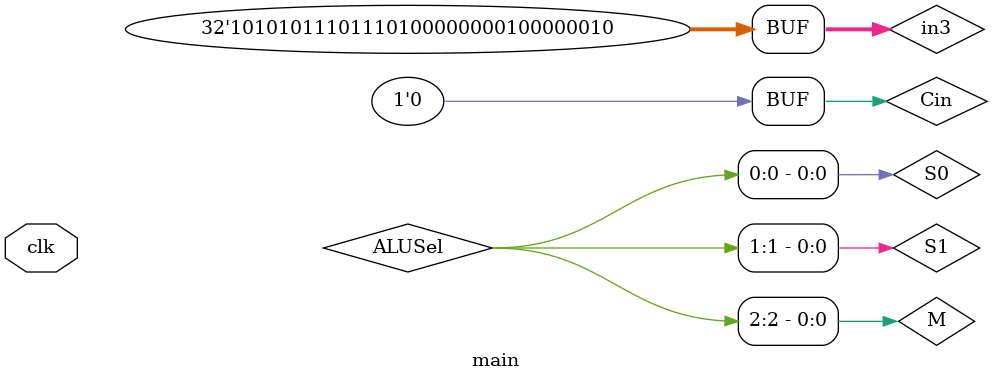
<source format=v>
module main(clk);
parameter	PC_LENGTH = 32;
parameter	INST_LENGTH = 32;
parameter 	DATA_LENGTH = 32;
parameter 	REG_ADDR_LENGTH = 5; 
parameter 	IMMIN_LENGTH = INST_LENGTH - 7;
parameter 	DMEM_ADDR_LENGTH = 32;

input clk;

////
//ngo ra
///
//PC
wire [PC_LENGTH-1:0] pcOut;
//add4
wire [PC_LENGTH-1:0] pc_plus_4;
//IMEM
wire [INST_LENGTH-1:0] inst;
//Control Unit
wire [2:0] ALUSel, immSel;
wire [1:0] WBSel_ex;
wire BrUn,PCSel,ASel,BSel,MemRW_ex,RegWEn_ex;
//Reg
wire [REG_ADDR_LENGTH - 1 : 0] addrA,addrB,addrD;
wire [DATA_LENGTH - 1 : 0] dataA,dataB;
//flipflop ID
wire [DATA_LENGTH - 1:0] rs1_out,rs2_out;
wire [INST_LENGTH - 1:0] inst_ex;
wire [PC_LENGTH - 1:0] pc_ex;
//forwarder
wire [1:0] fwd_A, fwd_B;
//mux fwd A
wire [DATA_LENGTH - 1:0] rs1_out_fwd;
//mux fwd B
wire [DATA_LENGTH - 1:0] rs2_out_fwd_ex;
//BrCompare
wire BrEq,BrLt;
//ImmGen
wire [IMMIN_LENGTH - 1:0] immIn;
wire [DATA_LENGTH - 1:0] immOut;
//muxA
wire [DATA_LENGTH - 1:0] alumux1_out;
//muxB
wire [DATA_LENGTH - 1:0] alumux2_out;
//ALU
wire [DATA_LENGTH - 1:0] aluout_ex;
wire Cout;
//flipflop EX1
wire [PC_LENGTH - 1:0] pc_mem;
wire [DATA_LENGTH - 1:0] aluout_mem;
wire [DATA_LENGTH - 1:0] rs2_out_fwd_mem;
wire [1:0] WBSel_mem;
wire MemRW_mem;
//DMEM
wire [DATA_LENGTH-1:0] dataR;
//add4
wire [PC_LENGTH-1:0] pc_mem_plus_4;
//muxDMEM
wire [DATA_LENGTH - 1 : 0] wbout_mem;
//flipflop EX2
wire [INST_LENGTH - 1:0] inst_mem;
wire [REG_ADDR_LENGTH - 1:0] rd_mem;
wire RegWEn_mem; 
//flipflop WB
wire [INST_LENGTH - 1:0] inst_wb;
wire [DATA_LENGTH - 1:0] wbout_wb;
wire [REG_ADDR_LENGTH - 1:0] rd_wb;
wire RegWEn_wb;
//muxPC
//wire [PC_LENGTH-1:0] pcIn; 


////
//day noi
////
//PC
wire [PC_LENGTH-1:0] pcIn;
//add4

//IMEM

//Control Unit

//Reg
wire [DATA_LENGTH - 1 : 0] dataD;
//BrCompare

//ImmGen

//muxA

//muxB

//ALU
wire M,S0,S1,Cin;
//DMEM

//muxDMEM
wire [DATA_LENGTH-1:0] in3;
//flipflop EX2
//wire [REG_ADDR_LENGTH-1:0] rd_ex;

////
//ghep khoi
////
//PC
PC u1(pcIn,pcOut,clk);
//add4
add4 u2(pcOut,pc_plus_4);
//IMEM
IMEM u3(pcOut,inst);
//Control Unit
Control_Unit u4(inst_ex,BrEq,BrLt,BrUn,PCSel,immSel,ASel,BSel,ALUSel,MemRW_ex,RegWEn_ex,WBSel_ex);
//Reg
assign addrA = inst[19:15];
assign addrB = inst[24:20];
assign addrD = inst_ex[11:7];
assign dataD = wbout_wb;
Reg u5(addrA,addrB,rd_wb,dataD,dataA,dataB,RegWEn_wb,clk);
//fipflop ID
flip_flop_ID u6(inst,dataA,dataB,pcOut,inst_ex,rs1_out,rs2_out,pc_ex,PCSel,clk);
//forwarder
forwarder u7(inst_ex,inst_mem,inst_wb,fwd_A,fwd_B);
//mux fwd A
mux4_1 u8(rs1_out,aluout_mem,dataR,wbout_wb,rs1_out_fwd,fwd_A);
//mux fwd B
mux4_1 u9(rs2_out,aluout_mem,dataR,wbout_wb,rs2_out_fwd_ex,fwd_B);
//BrCompare
BrCompare u10(rs1_out_fwd,rs2_out_fwd_ex,BrUn,BrEq,BrLt);
//ImmGen
assign immIn = inst_ex[31:7];
ImmGen u11(immIn,immOut,immSel);
//muxA
mux2_1 u12(rs1_out_fwd,pc_ex,alumux1_out,ASel);
//muxB
mux2_1 u13(rs2_out_fwd_ex,immOut,alumux2_out,BSel);
//ALU
assign {M,S1,S0} = ALUSel;
assign Cin = 1'b0;
ALU32b u14(M,S1,S0,alumux1_out,alumux2_out,Cin,aluout_ex,Cout);
//flipflop EX1
flip_flop_EX1 u15(pc_ex,aluout_ex,rs2_out_fwd_ex,MemRW_ex,WBSel_ex,pc_mem,aluout_mem,rs2_out_fwd_mem,MemRW_mem,WBSel_mem,clk);
//DMEM
DMEM u16(aluout_mem,rs2_out_fwd_mem,dataR,MemRW_mem,clk);
//add4 
add4 u17(pc_mem,pc_mem_plus_4);
//muxDMEM
assign in3 = 32'hABBA_0102;
mux4_1 u18(aluout_mem,dataR,pc_mem_plus_4,in3,wbout_mem,WBSel_mem);
//flipflop EX2
flip_flop_EX2 u19(inst_ex,addrD,RegWEn_ex,inst_mem,rd_mem,RegWEn_mem,clk);
//flipflop WB
flip_flop_WB u20(inst_mem,wbout_mem,rd_mem,RegWEn_mem,inst_wb,wbout_wb,rd_wb,RegWEn_wb,clk);
//muxPC
mux2_1 u0(pc_plus_4,aluout_ex,pcIn,PCSel);

endmodule 

</source>
